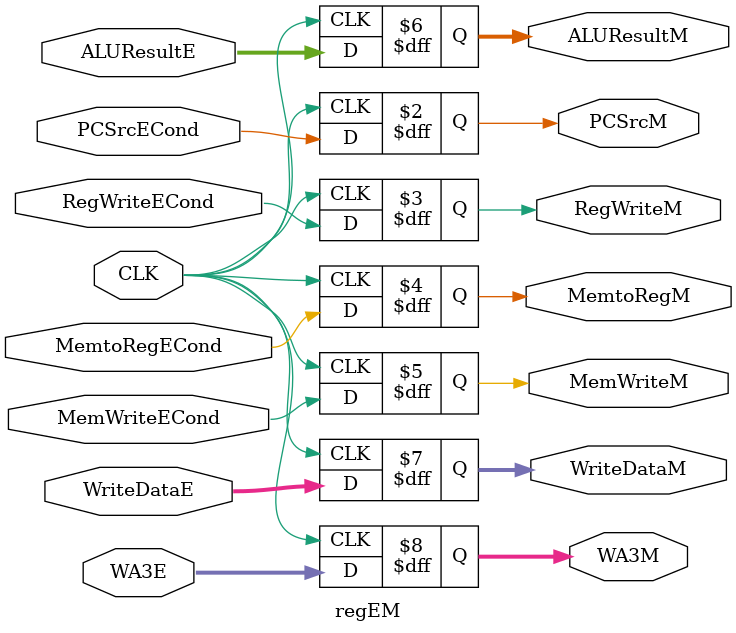
<source format=sv>
`timescale 1ns / 1ps

module regEM(	
	input logic CLK,
	input logic PCSrcECond,
	input logic RegWriteECond,
	input logic MemtoRegECond,
	input logic MemWriteECond,
	input logic [31:0] ALUResultE,
	input logic [31:0] WriteDataE,
	input logic [3:0] WA3E,

	
	output logic PCSrcM,
	output logic RegWriteM,
	output logic MemtoRegM,
	output logic MemWriteM,
	output logic [31:0] ALUResultM,
	output logic [31:0] WriteDataM,
	output logic [3:0] WA3M
);	

	always_ff @(posedge CLK)begin
		
			PCSrcM = PCSrcECond;
			RegWriteM = RegWriteECond;
			MemtoRegM = MemtoRegECond;
			MemWriteM = MemWriteECond;
			ALUResultM = ALUResultE;
			WriteDataM = WriteDataE;
			WA3M = WA3E;
	
	end	

endmodule
</source>
